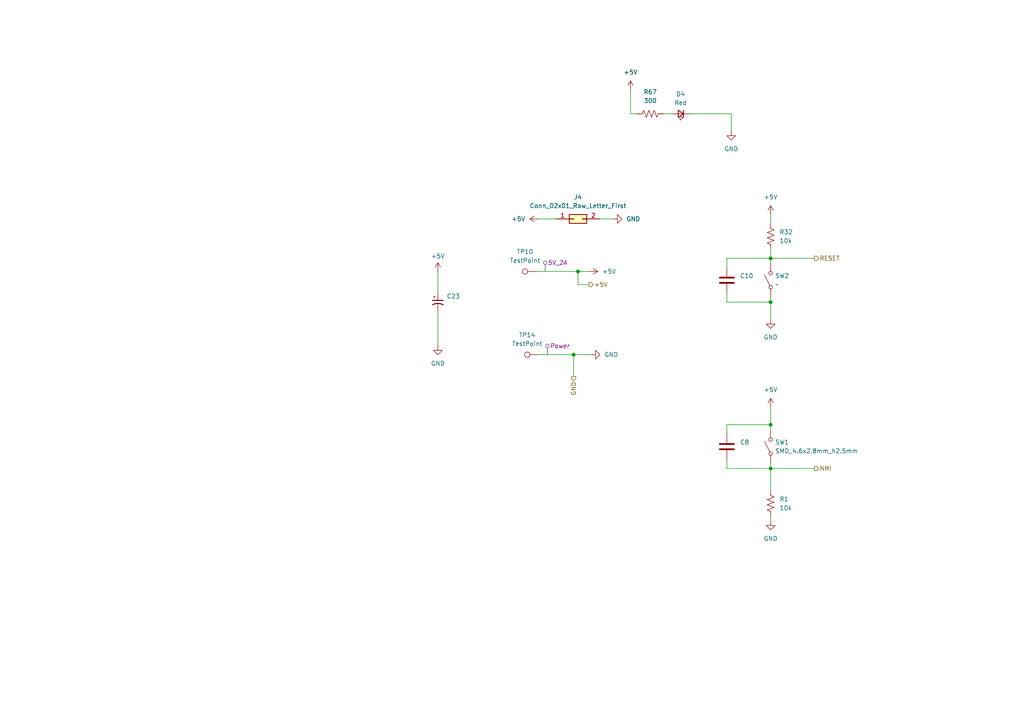
<source format=kicad_sch>
(kicad_sch
	(version 20231120)
	(generator "eeschema")
	(generator_version "8.0")
	(uuid "f744eb48-d8c9-4889-82ea-b0298f018b29")
	(paper "A4")
	(lib_symbols
		(symbol "Connector:TestPoint"
			(pin_numbers hide)
			(pin_names
				(offset 0.762) hide)
			(exclude_from_sim no)
			(in_bom yes)
			(on_board yes)
			(property "Reference" "TP"
				(at 0 6.858 0)
				(effects
					(font
						(size 1.27 1.27)
					)
				)
			)
			(property "Value" "TestPoint"
				(at 0 5.08 0)
				(effects
					(font
						(size 1.27 1.27)
					)
				)
			)
			(property "Footprint" ""
				(at 5.08 0 0)
				(effects
					(font
						(size 1.27 1.27)
					)
					(hide yes)
				)
			)
			(property "Datasheet" "~"
				(at 5.08 0 0)
				(effects
					(font
						(size 1.27 1.27)
					)
					(hide yes)
				)
			)
			(property "Description" "test point"
				(at 0 0 0)
				(effects
					(font
						(size 1.27 1.27)
					)
					(hide yes)
				)
			)
			(property "ki_keywords" "test point tp"
				(at 0 0 0)
				(effects
					(font
						(size 1.27 1.27)
					)
					(hide yes)
				)
			)
			(property "ki_fp_filters" "Pin* Test*"
				(at 0 0 0)
				(effects
					(font
						(size 1.27 1.27)
					)
					(hide yes)
				)
			)
			(symbol "TestPoint_0_1"
				(circle
					(center 0 3.302)
					(radius 0.762)
					(stroke
						(width 0)
						(type default)
					)
					(fill
						(type none)
					)
				)
			)
			(symbol "TestPoint_1_1"
				(pin passive line
					(at 0 0 90)
					(length 2.54)
					(name "1"
						(effects
							(font
								(size 1.27 1.27)
							)
						)
					)
					(number "1"
						(effects
							(font
								(size 1.27 1.27)
							)
						)
					)
				)
			)
		)
		(symbol "Connector_Generic:Conn_02x01_Row_Letter_First"
			(pin_names
				(offset 1.016) hide)
			(exclude_from_sim no)
			(in_bom yes)
			(on_board yes)
			(property "Reference" "J4"
				(at 1.27 6.35 0)
				(effects
					(font
						(size 1.27 1.27)
					)
				)
			)
			(property "Value" "Conn_02x01_Row_Letter_First"
				(at 1.27 3.81 0)
				(effects
					(font
						(size 1.27 1.27)
					)
				)
			)
			(property "Footprint" "Connector_PinHeader_2.54mm:PinHeader_2x01_P2.54mm_Vertical"
				(at 0 0 0)
				(effects
					(font
						(size 1.27 1.27)
					)
					(hide yes)
				)
			)
			(property "Datasheet" "~"
				(at 0 0 0)
				(effects
					(font
						(size 1.27 1.27)
					)
					(hide yes)
				)
			)
			(property "Description" "Generic connector, double row, 02x01, row letter first pin numbering scheme (pin number consists of a letter for the row and a number for the pin index in this row. a1, ..., aN; b1, ..., bN), script generated (kicad-library-utils/schlib/autogen/connector/)"
				(at 0 0 0)
				(effects
					(font
						(size 1.27 1.27)
					)
					(hide yes)
				)
			)
			(property "ki_keywords" "connector"
				(at 0 0 0)
				(effects
					(font
						(size 1.27 1.27)
					)
					(hide yes)
				)
			)
			(property "ki_fp_filters" "Connector*:*_2x??_*"
				(at 0 0 0)
				(effects
					(font
						(size 1.27 1.27)
					)
					(hide yes)
				)
			)
			(symbol "Conn_02x01_Row_Letter_First_1_1"
				(rectangle
					(start -1.27 0.127)
					(end 0 -0.127)
					(stroke
						(width 0.1524)
						(type default)
					)
					(fill
						(type none)
					)
				)
				(rectangle
					(start -1.27 1.27)
					(end 3.81 -1.27)
					(stroke
						(width 0.254)
						(type default)
					)
					(fill
						(type background)
					)
				)
				(rectangle
					(start 3.81 0.127)
					(end 2.54 -0.127)
					(stroke
						(width 0.1524)
						(type default)
					)
					(fill
						(type none)
					)
				)
				(pin power_out line
					(at -5.08 0 0)
					(length 3.81)
					(name "Pin_a1"
						(effects
							(font
								(size 1.27 1.27)
							)
						)
					)
					(number "1"
						(effects
							(font
								(size 1.27 1.27)
							)
						)
					)
				)
				(pin power_out line
					(at 7.62 0 180)
					(length 3.81)
					(name "Pin_b1"
						(effects
							(font
								(size 1.27 1.27)
							)
						)
					)
					(number "2"
						(effects
							(font
								(size 1.27 1.27)
							)
						)
					)
				)
			)
		)
		(symbol "Device:C"
			(pin_numbers hide)
			(pin_names
				(offset 0.254)
			)
			(exclude_from_sim no)
			(in_bom yes)
			(on_board yes)
			(property "Reference" "C"
				(at 0.635 2.54 0)
				(effects
					(font
						(size 1.27 1.27)
					)
					(justify left)
				)
			)
			(property "Value" "C"
				(at 0.635 -2.54 0)
				(effects
					(font
						(size 1.27 1.27)
					)
					(justify left)
				)
			)
			(property "Footprint" ""
				(at 0.9652 -3.81 0)
				(effects
					(font
						(size 1.27 1.27)
					)
					(hide yes)
				)
			)
			(property "Datasheet" "~"
				(at 0 0 0)
				(effects
					(font
						(size 1.27 1.27)
					)
					(hide yes)
				)
			)
			(property "Description" "Unpolarized capacitor"
				(at 0 0 0)
				(effects
					(font
						(size 1.27 1.27)
					)
					(hide yes)
				)
			)
			(property "ki_keywords" "cap capacitor"
				(at 0 0 0)
				(effects
					(font
						(size 1.27 1.27)
					)
					(hide yes)
				)
			)
			(property "ki_fp_filters" "C_*"
				(at 0 0 0)
				(effects
					(font
						(size 1.27 1.27)
					)
					(hide yes)
				)
			)
			(symbol "C_0_1"
				(polyline
					(pts
						(xy -2.032 -0.762) (xy 2.032 -0.762)
					)
					(stroke
						(width 0.508)
						(type default)
					)
					(fill
						(type none)
					)
				)
				(polyline
					(pts
						(xy -2.032 0.762) (xy 2.032 0.762)
					)
					(stroke
						(width 0.508)
						(type default)
					)
					(fill
						(type none)
					)
				)
			)
			(symbol "C_1_1"
				(pin passive line
					(at 0 3.81 270)
					(length 2.794)
					(name "~"
						(effects
							(font
								(size 1.27 1.27)
							)
						)
					)
					(number "1"
						(effects
							(font
								(size 1.27 1.27)
							)
						)
					)
				)
				(pin passive line
					(at 0 -3.81 90)
					(length 2.794)
					(name "~"
						(effects
							(font
								(size 1.27 1.27)
							)
						)
					)
					(number "2"
						(effects
							(font
								(size 1.27 1.27)
							)
						)
					)
				)
			)
		)
		(symbol "Device:C_Polarized_Small_US"
			(pin_numbers hide)
			(pin_names
				(offset 0.254) hide)
			(exclude_from_sim no)
			(in_bom yes)
			(on_board yes)
			(property "Reference" "C"
				(at 0.254 1.778 0)
				(effects
					(font
						(size 1.27 1.27)
					)
					(justify left)
				)
			)
			(property "Value" "C_Polarized_Small_US"
				(at 0.254 -2.032 0)
				(effects
					(font
						(size 1.27 1.27)
					)
					(justify left)
				)
			)
			(property "Footprint" ""
				(at 0 0 0)
				(effects
					(font
						(size 1.27 1.27)
					)
					(hide yes)
				)
			)
			(property "Datasheet" "~"
				(at 0 0 0)
				(effects
					(font
						(size 1.27 1.27)
					)
					(hide yes)
				)
			)
			(property "Description" "Polarized capacitor, small US symbol"
				(at 0 0 0)
				(effects
					(font
						(size 1.27 1.27)
					)
					(hide yes)
				)
			)
			(property "ki_keywords" "cap capacitor"
				(at 0 0 0)
				(effects
					(font
						(size 1.27 1.27)
					)
					(hide yes)
				)
			)
			(property "ki_fp_filters" "CP_*"
				(at 0 0 0)
				(effects
					(font
						(size 1.27 1.27)
					)
					(hide yes)
				)
			)
			(symbol "C_Polarized_Small_US_0_1"
				(polyline
					(pts
						(xy -1.524 0.508) (xy 1.524 0.508)
					)
					(stroke
						(width 0.3048)
						(type default)
					)
					(fill
						(type none)
					)
				)
				(polyline
					(pts
						(xy -1.27 1.524) (xy -0.762 1.524)
					)
					(stroke
						(width 0)
						(type default)
					)
					(fill
						(type none)
					)
				)
				(polyline
					(pts
						(xy -1.016 1.27) (xy -1.016 1.778)
					)
					(stroke
						(width 0)
						(type default)
					)
					(fill
						(type none)
					)
				)
				(arc
					(start 1.524 -0.762)
					(mid 0 -0.3734)
					(end -1.524 -0.762)
					(stroke
						(width 0.3048)
						(type default)
					)
					(fill
						(type none)
					)
				)
			)
			(symbol "C_Polarized_Small_US_1_1"
				(pin passive line
					(at 0 2.54 270)
					(length 2.032)
					(name "~"
						(effects
							(font
								(size 1.27 1.27)
							)
						)
					)
					(number "1"
						(effects
							(font
								(size 1.27 1.27)
							)
						)
					)
				)
				(pin passive line
					(at 0 -2.54 90)
					(length 2.032)
					(name "~"
						(effects
							(font
								(size 1.27 1.27)
							)
						)
					)
					(number "2"
						(effects
							(font
								(size 1.27 1.27)
							)
						)
					)
				)
			)
		)
		(symbol "Device:LED_Small"
			(pin_numbers hide)
			(pin_names
				(offset 0.254) hide)
			(exclude_from_sim no)
			(in_bom yes)
			(on_board yes)
			(property "Reference" "D"
				(at -1.27 3.175 0)
				(effects
					(font
						(size 1.27 1.27)
					)
					(justify left)
				)
			)
			(property "Value" "LED_Small"
				(at -4.445 -2.54 0)
				(effects
					(font
						(size 1.27 1.27)
					)
					(justify left)
				)
			)
			(property "Footprint" ""
				(at 0 0 90)
				(effects
					(font
						(size 1.27 1.27)
					)
					(hide yes)
				)
			)
			(property "Datasheet" "~"
				(at 0 0 90)
				(effects
					(font
						(size 1.27 1.27)
					)
					(hide yes)
				)
			)
			(property "Description" "Light emitting diode, small symbol"
				(at 0 0 0)
				(effects
					(font
						(size 1.27 1.27)
					)
					(hide yes)
				)
			)
			(property "ki_keywords" "LED diode light-emitting-diode"
				(at 0 0 0)
				(effects
					(font
						(size 1.27 1.27)
					)
					(hide yes)
				)
			)
			(property "ki_fp_filters" "LED* LED_SMD:* LED_THT:*"
				(at 0 0 0)
				(effects
					(font
						(size 1.27 1.27)
					)
					(hide yes)
				)
			)
			(symbol "LED_Small_0_1"
				(polyline
					(pts
						(xy -0.762 -1.016) (xy -0.762 1.016)
					)
					(stroke
						(width 0.254)
						(type default)
					)
					(fill
						(type none)
					)
				)
				(polyline
					(pts
						(xy 1.016 0) (xy -0.762 0)
					)
					(stroke
						(width 0)
						(type default)
					)
					(fill
						(type none)
					)
				)
				(polyline
					(pts
						(xy 0.762 -1.016) (xy -0.762 0) (xy 0.762 1.016) (xy 0.762 -1.016)
					)
					(stroke
						(width 0.254)
						(type default)
					)
					(fill
						(type none)
					)
				)
				(polyline
					(pts
						(xy 0 0.762) (xy -0.508 1.27) (xy -0.254 1.27) (xy -0.508 1.27) (xy -0.508 1.016)
					)
					(stroke
						(width 0)
						(type default)
					)
					(fill
						(type none)
					)
				)
				(polyline
					(pts
						(xy 0.508 1.27) (xy 0 1.778) (xy 0.254 1.778) (xy 0 1.778) (xy 0 1.524)
					)
					(stroke
						(width 0)
						(type default)
					)
					(fill
						(type none)
					)
				)
			)
			(symbol "LED_Small_1_1"
				(pin passive line
					(at -2.54 0 0)
					(length 1.778)
					(name "K"
						(effects
							(font
								(size 1.27 1.27)
							)
						)
					)
					(number "1"
						(effects
							(font
								(size 1.27 1.27)
							)
						)
					)
				)
				(pin passive line
					(at 2.54 0 180)
					(length 1.778)
					(name "A"
						(effects
							(font
								(size 1.27 1.27)
							)
						)
					)
					(number "2"
						(effects
							(font
								(size 1.27 1.27)
							)
						)
					)
				)
			)
		)
		(symbol "Device:R_US"
			(pin_numbers hide)
			(pin_names
				(offset 0)
			)
			(exclude_from_sim no)
			(in_bom yes)
			(on_board yes)
			(property "Reference" "R"
				(at 2.54 0 90)
				(effects
					(font
						(size 1.27 1.27)
					)
				)
			)
			(property "Value" "R_US"
				(at -2.54 0 90)
				(effects
					(font
						(size 1.27 1.27)
					)
				)
			)
			(property "Footprint" ""
				(at 1.016 -0.254 90)
				(effects
					(font
						(size 1.27 1.27)
					)
					(hide yes)
				)
			)
			(property "Datasheet" "~"
				(at 0 0 0)
				(effects
					(font
						(size 1.27 1.27)
					)
					(hide yes)
				)
			)
			(property "Description" "Resistor, US symbol"
				(at 0 0 0)
				(effects
					(font
						(size 1.27 1.27)
					)
					(hide yes)
				)
			)
			(property "ki_keywords" "R res resistor"
				(at 0 0 0)
				(effects
					(font
						(size 1.27 1.27)
					)
					(hide yes)
				)
			)
			(property "ki_fp_filters" "R_*"
				(at 0 0 0)
				(effects
					(font
						(size 1.27 1.27)
					)
					(hide yes)
				)
			)
			(symbol "R_US_0_1"
				(polyline
					(pts
						(xy 0 -2.286) (xy 0 -2.54)
					)
					(stroke
						(width 0)
						(type default)
					)
					(fill
						(type none)
					)
				)
				(polyline
					(pts
						(xy 0 2.286) (xy 0 2.54)
					)
					(stroke
						(width 0)
						(type default)
					)
					(fill
						(type none)
					)
				)
				(polyline
					(pts
						(xy 0 -0.762) (xy 1.016 -1.143) (xy 0 -1.524) (xy -1.016 -1.905) (xy 0 -2.286)
					)
					(stroke
						(width 0)
						(type default)
					)
					(fill
						(type none)
					)
				)
				(polyline
					(pts
						(xy 0 0.762) (xy 1.016 0.381) (xy 0 0) (xy -1.016 -0.381) (xy 0 -0.762)
					)
					(stroke
						(width 0)
						(type default)
					)
					(fill
						(type none)
					)
				)
				(polyline
					(pts
						(xy 0 2.286) (xy 1.016 1.905) (xy 0 1.524) (xy -1.016 1.143) (xy 0 0.762)
					)
					(stroke
						(width 0)
						(type default)
					)
					(fill
						(type none)
					)
				)
			)
			(symbol "R_US_1_1"
				(pin passive line
					(at 0 3.81 270)
					(length 1.27)
					(name "~"
						(effects
							(font
								(size 1.27 1.27)
							)
						)
					)
					(number "1"
						(effects
							(font
								(size 1.27 1.27)
							)
						)
					)
				)
				(pin passive line
					(at 0 -3.81 90)
					(length 1.27)
					(name "~"
						(effects
							(font
								(size 1.27 1.27)
							)
						)
					)
					(number "2"
						(effects
							(font
								(size 1.27 1.27)
							)
						)
					)
				)
			)
		)
		(symbol "SparkFun-Switch:SPST_Momentary_SMD_4.6x2.8mm_h2.5mm"
			(pin_numbers hide)
			(pin_names
				(offset 0) hide)
			(exclude_from_sim no)
			(in_bom yes)
			(on_board yes)
			(property "Reference" "SW"
				(at 0 3.175 0)
				(effects
					(font
						(size 1.27 1.27)
					)
				)
			)
			(property "Value" "SMD_4.6x2.8mm_h2.5mm"
				(at 0 -2.54 0)
				(effects
					(font
						(size 1.27 1.27)
					)
				)
			)
			(property "Footprint" "SparkFun-Switch:Momentary_SMD_4.6x2.8mm_h2.5mm"
				(at 0 -5.08 0)
				(effects
					(font
						(size 1.27 1.27)
					)
					(hide yes)
				)
			)
			(property "Datasheet" "~"
				(at 0 -10.16 0)
				(effects
					(font
						(size 1.27 1.27)
					)
					(hide yes)
				)
			)
			(property "Description" "Single Pole Single Throw (SPST) switch"
				(at 0 0 0)
				(effects
					(font
						(size 1.27 1.27)
					)
					(hide yes)
				)
			)
			(property "PROD_ID" "SWCH-15606"
				(at 0 -7.62 0)
				(effects
					(font
						(size 1.27 1.27)
					)
					(hide yes)
				)
			)
			(property "ki_keywords" "switch lever"
				(at 0 0 0)
				(effects
					(font
						(size 1.27 1.27)
					)
					(hide yes)
				)
			)
			(symbol "SPST_Momentary_SMD_4.6x2.8mm_h2.5mm_0_0"
				(circle
					(center -2.032 0)
					(radius 0.508)
					(stroke
						(width 0)
						(type default)
					)
					(fill
						(type none)
					)
				)
				(polyline
					(pts
						(xy -1.524 0.254) (xy 1.524 1.778)
					)
					(stroke
						(width 0)
						(type default)
					)
					(fill
						(type none)
					)
				)
				(circle
					(center 2.032 0)
					(radius 0.508)
					(stroke
						(width 0)
						(type default)
					)
					(fill
						(type none)
					)
				)
			)
			(symbol "SPST_Momentary_SMD_4.6x2.8mm_h2.5mm_1_1"
				(pin passive line
					(at -5.08 0 0)
					(length 2.54)
					(name "A"
						(effects
							(font
								(size 1.27 1.27)
							)
						)
					)
					(number "1"
						(effects
							(font
								(size 1.27 1.27)
							)
						)
					)
				)
				(pin passive line
					(at 5.08 0 180)
					(length 2.54)
					(name "B"
						(effects
							(font
								(size 1.27 1.27)
							)
						)
					)
					(number "2"
						(effects
							(font
								(size 1.27 1.27)
							)
						)
					)
				)
			)
		)
		(symbol "power:+5V"
			(power)
			(pin_names
				(offset 0)
			)
			(exclude_from_sim no)
			(in_bom yes)
			(on_board yes)
			(property "Reference" "#PWR"
				(at 0 -3.81 0)
				(effects
					(font
						(size 1.27 1.27)
					)
					(hide yes)
				)
			)
			(property "Value" "+5V"
				(at 0 3.556 0)
				(effects
					(font
						(size 1.27 1.27)
					)
				)
			)
			(property "Footprint" ""
				(at 0 0 0)
				(effects
					(font
						(size 1.27 1.27)
					)
					(hide yes)
				)
			)
			(property "Datasheet" ""
				(at 0 0 0)
				(effects
					(font
						(size 1.27 1.27)
					)
					(hide yes)
				)
			)
			(property "Description" "Power symbol creates a global label with name \"+5V\""
				(at 0 0 0)
				(effects
					(font
						(size 1.27 1.27)
					)
					(hide yes)
				)
			)
			(property "ki_keywords" "global power"
				(at 0 0 0)
				(effects
					(font
						(size 1.27 1.27)
					)
					(hide yes)
				)
			)
			(symbol "+5V_0_1"
				(polyline
					(pts
						(xy -0.762 1.27) (xy 0 2.54)
					)
					(stroke
						(width 0)
						(type default)
					)
					(fill
						(type none)
					)
				)
				(polyline
					(pts
						(xy 0 0) (xy 0 2.54)
					)
					(stroke
						(width 0)
						(type default)
					)
					(fill
						(type none)
					)
				)
				(polyline
					(pts
						(xy 0 2.54) (xy 0.762 1.27)
					)
					(stroke
						(width 0)
						(type default)
					)
					(fill
						(type none)
					)
				)
			)
			(symbol "+5V_1_1"
				(pin power_in line
					(at 0 0 90)
					(length 0) hide
					(name "+5V"
						(effects
							(font
								(size 1.27 1.27)
							)
						)
					)
					(number "1"
						(effects
							(font
								(size 1.27 1.27)
							)
						)
					)
				)
			)
		)
		(symbol "power:GND"
			(power)
			(pin_names
				(offset 0)
			)
			(exclude_from_sim no)
			(in_bom yes)
			(on_board yes)
			(property "Reference" "#PWR"
				(at 0 -6.35 0)
				(effects
					(font
						(size 1.27 1.27)
					)
					(hide yes)
				)
			)
			(property "Value" "GND"
				(at 0 -3.81 0)
				(effects
					(font
						(size 1.27 1.27)
					)
				)
			)
			(property "Footprint" ""
				(at 0 0 0)
				(effects
					(font
						(size 1.27 1.27)
					)
					(hide yes)
				)
			)
			(property "Datasheet" ""
				(at 0 0 0)
				(effects
					(font
						(size 1.27 1.27)
					)
					(hide yes)
				)
			)
			(property "Description" "Power symbol creates a global label with name \"GND\" , ground"
				(at 0 0 0)
				(effects
					(font
						(size 1.27 1.27)
					)
					(hide yes)
				)
			)
			(property "ki_keywords" "global power"
				(at 0 0 0)
				(effects
					(font
						(size 1.27 1.27)
					)
					(hide yes)
				)
			)
			(symbol "GND_0_1"
				(polyline
					(pts
						(xy 0 0) (xy 0 -1.27) (xy 1.27 -1.27) (xy 0 -2.54) (xy -1.27 -1.27) (xy 0 -1.27)
					)
					(stroke
						(width 0)
						(type default)
					)
					(fill
						(type none)
					)
				)
			)
			(symbol "GND_1_1"
				(pin power_in line
					(at 0 0 270)
					(length 0) hide
					(name "GND"
						(effects
							(font
								(size 1.27 1.27)
							)
						)
					)
					(number "1"
						(effects
							(font
								(size 1.27 1.27)
							)
						)
					)
				)
			)
		)
	)
	(junction
		(at 166.37 102.87)
		(diameter 0)
		(color 0 0 0 0)
		(uuid "3b966a74-1e4d-46fa-a13d-e00885fa8ce0")
	)
	(junction
		(at 223.52 87.63)
		(diameter 0)
		(color 0 0 0 0)
		(uuid "67ba480a-56cd-41a8-b962-3cb2c0c1ee57")
	)
	(junction
		(at 223.52 74.93)
		(diameter 0)
		(color 0 0 0 0)
		(uuid "6d24305f-b936-4e8f-9159-ba76dcf2bc5f")
	)
	(junction
		(at 167.64 78.74)
		(diameter 0)
		(color 0 0 0 0)
		(uuid "af8ce83a-7c1c-4feb-9ec1-131994dd7527")
	)
	(junction
		(at 223.52 123.19)
		(diameter 0)
		(color 0 0 0 0)
		(uuid "d93dd015-d689-4e10-9397-fa169d3e433d")
	)
	(junction
		(at 223.52 135.89)
		(diameter 0)
		(color 0 0 0 0)
		(uuid "e76c912f-cde8-421e-927a-415a5f0e021e")
	)
	(wire
		(pts
			(xy 127 90.17) (xy 127 100.33)
		)
		(stroke
			(width 0)
			(type default)
		)
		(uuid "0423d182-e1c8-4670-998a-16acbe65b12b")
	)
	(wire
		(pts
			(xy 200.025 33.02) (xy 212.09 33.02)
		)
		(stroke
			(width 0)
			(type default)
		)
		(uuid "05e95a91-b540-4ea2-be14-d54b299bda0a")
	)
	(wire
		(pts
			(xy 223.52 123.19) (xy 223.52 124.46)
		)
		(stroke
			(width 0)
			(type default)
		)
		(uuid "0ad47e26-d5f1-4503-befa-2aea8bbc4441")
	)
	(wire
		(pts
			(xy 223.52 62.23) (xy 223.52 64.77)
		)
		(stroke
			(width 0)
			(type default)
		)
		(uuid "0c751cd9-3ea1-4ccc-9e69-c2851c8ff514")
	)
	(wire
		(pts
			(xy 182.88 26.035) (xy 182.88 33.02)
		)
		(stroke
			(width 0)
			(type default)
		)
		(uuid "101457b9-b34b-403b-8a04-1dffcef98caf")
	)
	(wire
		(pts
			(xy 223.52 149.86) (xy 223.52 151.13)
		)
		(stroke
			(width 0)
			(type default)
		)
		(uuid "1377e7db-74d7-42d2-8981-7b4f634006c5")
	)
	(wire
		(pts
			(xy 166.37 102.87) (xy 171.45 102.87)
		)
		(stroke
			(width 0)
			(type default)
		)
		(uuid "16f00cd1-9972-4b8e-b9a7-c813a6124bee")
	)
	(wire
		(pts
			(xy 192.405 33.02) (xy 194.945 33.02)
		)
		(stroke
			(width 0)
			(type default)
		)
		(uuid "26998cdf-b6be-40da-a1e8-03448b267934")
	)
	(wire
		(pts
			(xy 210.82 77.47) (xy 210.82 74.93)
		)
		(stroke
			(width 0)
			(type default)
		)
		(uuid "26f337eb-a3aa-4716-aba0-e539fc6ba007")
	)
	(wire
		(pts
			(xy 155.575 78.74) (xy 167.64 78.74)
		)
		(stroke
			(width 0)
			(type default)
		)
		(uuid "2ee9567a-503b-437e-8154-2f86faeef12b")
	)
	(wire
		(pts
			(xy 167.64 82.55) (xy 167.64 78.74)
		)
		(stroke
			(width 0)
			(type default)
		)
		(uuid "3980e931-b1f7-4f1f-8e72-88d4ca8a39eb")
	)
	(wire
		(pts
			(xy 210.82 87.63) (xy 223.52 87.63)
		)
		(stroke
			(width 0)
			(type default)
		)
		(uuid "436002c8-6207-4a6d-8475-171943f8da52")
	)
	(wire
		(pts
			(xy 173.99 63.5) (xy 177.8 63.5)
		)
		(stroke
			(width 0)
			(type default)
		)
		(uuid "5bdac4b3-1084-4a10-90b3-4d02927ca622")
	)
	(wire
		(pts
			(xy 223.52 72.39) (xy 223.52 74.93)
		)
		(stroke
			(width 0)
			(type default)
		)
		(uuid "65e1ad54-eb24-428c-80ec-30ba250d7cbf")
	)
	(wire
		(pts
			(xy 182.88 33.02) (xy 184.785 33.02)
		)
		(stroke
			(width 0)
			(type default)
		)
		(uuid "661b7a51-61b3-4bbb-8bea-43395dbbe64c")
	)
	(wire
		(pts
			(xy 223.52 134.62) (xy 223.52 135.89)
		)
		(stroke
			(width 0)
			(type default)
		)
		(uuid "6c5d99be-2245-40b9-8aa9-8f44b7ab39c8")
	)
	(wire
		(pts
			(xy 167.64 78.74) (xy 170.815 78.74)
		)
		(stroke
			(width 0)
			(type default)
		)
		(uuid "71b0cf0c-5329-472d-a0bf-a594ca0cd1c4")
	)
	(wire
		(pts
			(xy 127 78.74) (xy 127 85.09)
		)
		(stroke
			(width 0)
			(type default)
		)
		(uuid "7b8d9f73-ee18-4abd-91e6-17d0a279aa15")
	)
	(wire
		(pts
			(xy 212.09 33.02) (xy 212.09 38.1)
		)
		(stroke
			(width 0)
			(type default)
		)
		(uuid "8251fff1-30b9-4a29-aec6-fa60fafa1672")
	)
	(wire
		(pts
			(xy 210.82 123.19) (xy 223.52 123.19)
		)
		(stroke
			(width 0)
			(type default)
		)
		(uuid "8f35a449-9c5d-4d20-8fef-982abb29027f")
	)
	(wire
		(pts
			(xy 210.82 125.73) (xy 210.82 123.19)
		)
		(stroke
			(width 0)
			(type default)
		)
		(uuid "908c02cb-f3e6-487e-90c5-9c6ca09894fa")
	)
	(wire
		(pts
			(xy 223.52 87.63) (xy 223.52 92.71)
		)
		(stroke
			(width 0)
			(type default)
		)
		(uuid "97001357-34bb-4ed2-bee2-a90f7a2f09ea")
	)
	(wire
		(pts
			(xy 223.52 74.93) (xy 236.22 74.93)
		)
		(stroke
			(width 0)
			(type default)
		)
		(uuid "97a2b26a-ecf7-49de-950d-cea37061d840")
	)
	(wire
		(pts
			(xy 223.52 86.36) (xy 223.52 87.63)
		)
		(stroke
			(width 0)
			(type default)
		)
		(uuid "9e43ede9-ba87-463f-9311-652493590237")
	)
	(wire
		(pts
			(xy 223.52 118.11) (xy 223.52 123.19)
		)
		(stroke
			(width 0)
			(type default)
		)
		(uuid "a63daa1f-bbb1-4caa-8376-1f1c69e54c27")
	)
	(wire
		(pts
			(xy 156.21 63.5) (xy 161.29 63.5)
		)
		(stroke
			(width 0)
			(type default)
		)
		(uuid "ba2819e6-5813-4997-adfa-656da7178447")
	)
	(wire
		(pts
			(xy 210.82 135.89) (xy 223.52 135.89)
		)
		(stroke
			(width 0)
			(type default)
		)
		(uuid "c8708ad5-e1ae-41d4-9e75-11dbdb18bdf4")
	)
	(wire
		(pts
			(xy 223.52 135.89) (xy 236.22 135.89)
		)
		(stroke
			(width 0)
			(type default)
		)
		(uuid "ce40ce52-2086-4d91-878f-5d3fa4ffc0fa")
	)
	(wire
		(pts
			(xy 223.52 135.89) (xy 223.52 142.24)
		)
		(stroke
			(width 0)
			(type default)
		)
		(uuid "d1a38e25-ad72-433b-81ac-cf3ac6de390f")
	)
	(wire
		(pts
			(xy 166.37 102.87) (xy 166.37 109.22)
		)
		(stroke
			(width 0)
			(type default)
		)
		(uuid "d6502130-665b-4c26-be38-7e45007b9613")
	)
	(wire
		(pts
			(xy 210.82 133.35) (xy 210.82 135.89)
		)
		(stroke
			(width 0)
			(type default)
		)
		(uuid "da4e0d76-31aa-4cdf-a347-7007b685b53c")
	)
	(wire
		(pts
			(xy 156.21 102.87) (xy 166.37 102.87)
		)
		(stroke
			(width 0)
			(type default)
		)
		(uuid "dda08cab-1e95-41f3-9569-6bdb9312527e")
	)
	(wire
		(pts
			(xy 170.815 82.55) (xy 167.64 82.55)
		)
		(stroke
			(width 0)
			(type default)
		)
		(uuid "e73ec0cb-e005-4c46-91d5-3044c90c2c47")
	)
	(wire
		(pts
			(xy 210.82 85.09) (xy 210.82 87.63)
		)
		(stroke
			(width 0)
			(type default)
		)
		(uuid "eb1ef895-7537-479c-94d8-7eaa2d5ccfed")
	)
	(wire
		(pts
			(xy 223.52 74.93) (xy 223.52 76.2)
		)
		(stroke
			(width 0)
			(type default)
		)
		(uuid "f660950e-6707-419d-99dc-8cbde797569b")
	)
	(wire
		(pts
			(xy 210.82 74.93) (xy 223.52 74.93)
		)
		(stroke
			(width 0)
			(type default)
		)
		(uuid "f9bcf091-d27e-4a38-96db-8335f3602331")
	)
	(hierarchical_label "RESET"
		(shape output)
		(at 236.22 74.93 0)
		(fields_autoplaced yes)
		(effects
			(font
				(size 1.27 1.27)
			)
			(justify left)
		)
		(uuid "02ffd65b-d982-461b-874e-48a4022a4beb")
	)
	(hierarchical_label "GND"
		(shape output)
		(at 166.37 109.22 270)
		(fields_autoplaced yes)
		(effects
			(font
				(size 1.27 1.27)
			)
			(justify right)
		)
		(uuid "3392123f-3828-4f34-8fd9-2fa2055347fd")
	)
	(hierarchical_label "+5V"
		(shape output)
		(at 170.815 82.55 0)
		(fields_autoplaced yes)
		(effects
			(font
				(size 1.27 1.27)
			)
			(justify left)
		)
		(uuid "8d12c4d6-b4ff-481f-a779-9eeb328ad157")
	)
	(hierarchical_label "NMI"
		(shape output)
		(at 236.22 135.89 0)
		(fields_autoplaced yes)
		(effects
			(font
				(size 1.27 1.27)
			)
			(justify left)
		)
		(uuid "93e78228-ad73-4f67-b21b-b63f38781d16")
	)
	(netclass_flag ""
		(length 2.54)
		(shape round)
		(at 158.115 78.74 0)
		(fields_autoplaced yes)
		(effects
			(font
				(size 1.27 1.27)
			)
			(justify left bottom)
		)
		(uuid "1a9d8e30-c265-4916-9fae-0b4423948f12")
		(property "Netclass" "5V_2A"
			(at 158.8135 76.2 0)
			(effects
				(font
					(size 1.27 1.27)
					(italic yes)
				)
				(justify left)
			)
		)
	)
	(netclass_flag ""
		(length 2.54)
		(shape round)
		(at 158.75 102.87 0)
		(fields_autoplaced yes)
		(effects
			(font
				(size 1.27 1.27)
			)
			(justify left bottom)
		)
		(uuid "cf015a62-45eb-4277-8d2d-c5a59b2d5a40")
		(property "Netclass" "Power"
			(at 159.4485 100.33 0)
			(effects
				(font
					(size 1.27 1.27)
					(italic yes)
				)
				(justify left)
			)
		)
	)
	(symbol
		(lib_id "power:GND")
		(at 223.52 151.13 0)
		(unit 1)
		(exclude_from_sim no)
		(in_bom yes)
		(on_board yes)
		(dnp no)
		(fields_autoplaced yes)
		(uuid "32b0d1bf-96ff-4006-bb17-e5ee72dbfa96")
		(property "Reference" "#PWR042"
			(at 223.52 157.48 0)
			(effects
				(font
					(size 1.27 1.27)
				)
				(hide yes)
			)
		)
		(property "Value" "GND"
			(at 223.52 156.21 0)
			(effects
				(font
					(size 1.27 1.27)
				)
			)
		)
		(property "Footprint" ""
			(at 223.52 151.13 0)
			(effects
				(font
					(size 1.27 1.27)
				)
				(hide yes)
			)
		)
		(property "Datasheet" ""
			(at 223.52 151.13 0)
			(effects
				(font
					(size 1.27 1.27)
				)
				(hide yes)
			)
		)
		(property "Description" ""
			(at 223.52 151.13 0)
			(effects
				(font
					(size 1.27 1.27)
				)
				(hide yes)
			)
		)
		(pin "1"
			(uuid "25742b83-db1a-4c1a-ab52-15839fcf7037")
		)
		(instances
			(project "prototype_8088"
				(path "/5e468d94-0319-44d1-a77f-2adc451eed13/30fed734-7b3a-4ba2-a2dd-1970061fbdd1"
					(reference "#PWR042")
					(unit 1)
				)
			)
		)
	)
	(symbol
		(lib_id "Device:LED_Small")
		(at 197.485 33.02 180)
		(unit 1)
		(exclude_from_sim no)
		(in_bom yes)
		(on_board yes)
		(dnp no)
		(fields_autoplaced yes)
		(uuid "46d7cd70-a488-4258-b75c-27c8a5f20d3b")
		(property "Reference" "D4"
			(at 197.4215 27.305 0)
			(effects
				(font
					(size 1.27 1.27)
				)
			)
		)
		(property "Value" "Red"
			(at 197.4215 29.845 0)
			(effects
				(font
					(size 1.27 1.27)
				)
			)
		)
		(property "Footprint" "LED_THT:LED_D3.0mm"
			(at 197.485 33.02 90)
			(effects
				(font
					(size 1.27 1.27)
				)
				(hide yes)
			)
		)
		(property "Datasheet" "~"
			(at 197.485 33.02 90)
			(effects
				(font
					(size 1.27 1.27)
				)
				(hide yes)
			)
		)
		(property "Description" ""
			(at 197.485 33.02 0)
			(effects
				(font
					(size 1.27 1.27)
				)
				(hide yes)
			)
		)
		(pin "1"
			(uuid "c9e2118b-343f-47fb-99e7-1a8defbc7dd6")
		)
		(pin "2"
			(uuid "40464d60-0a90-4b0e-831d-3bc86223d469")
		)
		(instances
			(project "prototype_8088"
				(path "/5e468d94-0319-44d1-a77f-2adc451eed13/30fed734-7b3a-4ba2-a2dd-1970061fbdd1"
					(reference "D4")
					(unit 1)
				)
			)
		)
	)
	(symbol
		(lib_id "Device:R_US")
		(at 223.52 68.58 0)
		(unit 1)
		(exclude_from_sim no)
		(in_bom yes)
		(on_board yes)
		(dnp no)
		(fields_autoplaced yes)
		(uuid "49b9f692-3edf-46f9-845c-ca738521e4b6")
		(property "Reference" "R32"
			(at 226.06 67.31 0)
			(effects
				(font
					(size 1.27 1.27)
				)
				(justify left)
			)
		)
		(property "Value" "10k"
			(at 226.06 69.85 0)
			(effects
				(font
					(size 1.27 1.27)
				)
				(justify left)
			)
		)
		(property "Footprint" "Resistor_THT:R_Axial_DIN0204_L3.6mm_D1.6mm_P7.62mm_Horizontal"
			(at 224.536 68.834 90)
			(effects
				(font
					(size 1.27 1.27)
				)
				(hide yes)
			)
		)
		(property "Datasheet" "~"
			(at 223.52 68.58 0)
			(effects
				(font
					(size 1.27 1.27)
				)
				(hide yes)
			)
		)
		(property "Description" ""
			(at 223.52 68.58 0)
			(effects
				(font
					(size 1.27 1.27)
				)
				(hide yes)
			)
		)
		(pin "2"
			(uuid "89d4f584-e07a-4cbe-83c0-332515b07d6d")
		)
		(pin "1"
			(uuid "80b14743-b660-4216-9b9f-b0c04ca6321f")
		)
		(instances
			(project "prototype_8088"
				(path "/5e468d94-0319-44d1-a77f-2adc451eed13/30fed734-7b3a-4ba2-a2dd-1970061fbdd1"
					(reference "R32")
					(unit 1)
				)
			)
		)
	)
	(symbol
		(lib_id "power:GND")
		(at 171.45 102.87 90)
		(unit 1)
		(exclude_from_sim no)
		(in_bom yes)
		(on_board yes)
		(dnp no)
		(fields_autoplaced yes)
		(uuid "49eb8dcc-ddca-4237-a8c4-b73ef051342c")
		(property "Reference" "#PWR075"
			(at 177.8 102.87 0)
			(effects
				(font
					(size 1.27 1.27)
				)
				(hide yes)
			)
		)
		(property "Value" "GND"
			(at 175.26 102.87 90)
			(effects
				(font
					(size 1.27 1.27)
				)
				(justify right)
			)
		)
		(property "Footprint" ""
			(at 171.45 102.87 0)
			(effects
				(font
					(size 1.27 1.27)
				)
				(hide yes)
			)
		)
		(property "Datasheet" ""
			(at 171.45 102.87 0)
			(effects
				(font
					(size 1.27 1.27)
				)
				(hide yes)
			)
		)
		(property "Description" ""
			(at 171.45 102.87 0)
			(effects
				(font
					(size 1.27 1.27)
				)
				(hide yes)
			)
		)
		(pin "1"
			(uuid "b6742485-1a21-424b-ac7e-c95e35a772db")
		)
		(instances
			(project "prototype_8088"
				(path "/5e468d94-0319-44d1-a77f-2adc451eed13/30fed734-7b3a-4ba2-a2dd-1970061fbdd1"
					(reference "#PWR075")
					(unit 1)
				)
			)
		)
	)
	(symbol
		(lib_id "SparkFun-Switch:SPST_Momentary_SMD_4.6x2.8mm_h2.5mm")
		(at 223.52 129.54 90)
		(unit 1)
		(exclude_from_sim no)
		(in_bom yes)
		(on_board yes)
		(dnp no)
		(fields_autoplaced yes)
		(uuid "57a2b95c-0110-47cd-bcaf-ff7e5a5fbf75")
		(property "Reference" "SW1"
			(at 224.79 128.27 90)
			(effects
				(font
					(size 1.27 1.27)
				)
				(justify right)
			)
		)
		(property "Value" "SMD_4.6x2.8mm_h2.5mm"
			(at 224.79 130.81 90)
			(effects
				(font
					(size 1.27 1.27)
				)
				(justify right)
			)
		)
		(property "Footprint" "Button_Switch_THT:SW_PUSH_6mm_H4.3mm"
			(at 228.6 129.54 0)
			(effects
				(font
					(size 1.27 1.27)
				)
				(hide yes)
			)
		)
		(property "Datasheet" "~"
			(at 233.68 129.54 0)
			(effects
				(font
					(size 1.27 1.27)
				)
				(hide yes)
			)
		)
		(property "Description" ""
			(at 223.52 129.54 0)
			(effects
				(font
					(size 1.27 1.27)
				)
				(hide yes)
			)
		)
		(property "PROD_ID" "SWCH-15606"
			(at 231.14 129.54 0)
			(effects
				(font
					(size 1.27 1.27)
				)
				(hide yes)
			)
		)
		(pin "2"
			(uuid "6def0769-8bfa-4ed7-b318-a2bb03bcaae5")
		)
		(pin "1"
			(uuid "914dc6dd-8aaa-4ef7-80ab-2419faf726c6")
		)
		(instances
			(project "prototype_8088"
				(path "/5e468d94-0319-44d1-a77f-2adc451eed13/30fed734-7b3a-4ba2-a2dd-1970061fbdd1"
					(reference "SW1")
					(unit 1)
				)
			)
		)
	)
	(symbol
		(lib_id "power:GND")
		(at 177.8 63.5 90)
		(unit 1)
		(exclude_from_sim no)
		(in_bom yes)
		(on_board yes)
		(dnp no)
		(fields_autoplaced yes)
		(uuid "630259c2-b0c9-41cc-af5e-f69790741862")
		(property "Reference" "#PWR022"
			(at 184.15 63.5 0)
			(effects
				(font
					(size 1.27 1.27)
				)
				(hide yes)
			)
		)
		(property "Value" "GND"
			(at 181.61 63.5 90)
			(effects
				(font
					(size 1.27 1.27)
				)
				(justify right)
			)
		)
		(property "Footprint" ""
			(at 177.8 63.5 0)
			(effects
				(font
					(size 1.27 1.27)
				)
				(hide yes)
			)
		)
		(property "Datasheet" ""
			(at 177.8 63.5 0)
			(effects
				(font
					(size 1.27 1.27)
				)
				(hide yes)
			)
		)
		(property "Description" ""
			(at 177.8 63.5 0)
			(effects
				(font
					(size 1.27 1.27)
				)
				(hide yes)
			)
		)
		(pin "1"
			(uuid "ce079e85-4532-447a-ba33-6d97ad6848bb")
		)
		(instances
			(project "prototype_8088"
				(path "/5e468d94-0319-44d1-a77f-2adc451eed13/30fed734-7b3a-4ba2-a2dd-1970061fbdd1"
					(reference "#PWR022")
					(unit 1)
				)
			)
		)
	)
	(symbol
		(lib_id "power:GND")
		(at 223.52 92.71 0)
		(unit 1)
		(exclude_from_sim no)
		(in_bom yes)
		(on_board yes)
		(dnp no)
		(fields_autoplaced yes)
		(uuid "6987d409-e618-4704-8142-45a6c5e72787")
		(property "Reference" "#PWR072"
			(at 223.52 99.06 0)
			(effects
				(font
					(size 1.27 1.27)
				)
				(hide yes)
			)
		)
		(property "Value" "GND"
			(at 223.52 97.79 0)
			(effects
				(font
					(size 1.27 1.27)
				)
			)
		)
		(property "Footprint" ""
			(at 223.52 92.71 0)
			(effects
				(font
					(size 1.27 1.27)
				)
				(hide yes)
			)
		)
		(property "Datasheet" ""
			(at 223.52 92.71 0)
			(effects
				(font
					(size 1.27 1.27)
				)
				(hide yes)
			)
		)
		(property "Description" ""
			(at 223.52 92.71 0)
			(effects
				(font
					(size 1.27 1.27)
				)
				(hide yes)
			)
		)
		(pin "1"
			(uuid "8b7038e0-cbbc-42a8-a13b-4f05a3388825")
		)
		(instances
			(project "prototype_8088"
				(path "/5e468d94-0319-44d1-a77f-2adc451eed13/30fed734-7b3a-4ba2-a2dd-1970061fbdd1"
					(reference "#PWR072")
					(unit 1)
				)
			)
		)
	)
	(symbol
		(lib_id "Device:R_US")
		(at 223.52 146.05 0)
		(unit 1)
		(exclude_from_sim no)
		(in_bom yes)
		(on_board yes)
		(dnp no)
		(fields_autoplaced yes)
		(uuid "69c7e052-6a6a-4a09-8934-24302479163c")
		(property "Reference" "R1"
			(at 226.06 144.78 0)
			(effects
				(font
					(size 1.27 1.27)
				)
				(justify left)
			)
		)
		(property "Value" "10k"
			(at 226.06 147.32 0)
			(effects
				(font
					(size 1.27 1.27)
				)
				(justify left)
			)
		)
		(property "Footprint" "Resistor_THT:R_Axial_DIN0204_L3.6mm_D1.6mm_P7.62mm_Horizontal"
			(at 224.536 146.304 90)
			(effects
				(font
					(size 1.27 1.27)
				)
				(hide yes)
			)
		)
		(property "Datasheet" "~"
			(at 223.52 146.05 0)
			(effects
				(font
					(size 1.27 1.27)
				)
				(hide yes)
			)
		)
		(property "Description" ""
			(at 223.52 146.05 0)
			(effects
				(font
					(size 1.27 1.27)
				)
				(hide yes)
			)
		)
		(pin "2"
			(uuid "b31da9d8-5cb9-4248-82d6-240bc31284b4")
		)
		(pin "1"
			(uuid "2127335b-a13e-40a0-8676-2cbf55af699a")
		)
		(instances
			(project "prototype_8088"
				(path "/5e468d94-0319-44d1-a77f-2adc451eed13/30fed734-7b3a-4ba2-a2dd-1970061fbdd1"
					(reference "R1")
					(unit 1)
				)
			)
		)
	)
	(symbol
		(lib_id "Device:R_US")
		(at 188.595 33.02 90)
		(unit 1)
		(exclude_from_sim no)
		(in_bom yes)
		(on_board yes)
		(dnp no)
		(fields_autoplaced yes)
		(uuid "7c3dbc87-8840-48a6-bc59-9492cf4c8a90")
		(property "Reference" "R67"
			(at 188.595 26.67 90)
			(effects
				(font
					(size 1.27 1.27)
				)
			)
		)
		(property "Value" "300"
			(at 188.595 29.21 90)
			(effects
				(font
					(size 1.27 1.27)
				)
			)
		)
		(property "Footprint" "Resistor_THT:R_Axial_DIN0204_L3.6mm_D1.6mm_P7.62mm_Horizontal"
			(at 188.849 32.004 90)
			(effects
				(font
					(size 1.27 1.27)
				)
				(hide yes)
			)
		)
		(property "Datasheet" "~"
			(at 188.595 33.02 0)
			(effects
				(font
					(size 1.27 1.27)
				)
				(hide yes)
			)
		)
		(property "Description" ""
			(at 188.595 33.02 0)
			(effects
				(font
					(size 1.27 1.27)
				)
				(hide yes)
			)
		)
		(pin "2"
			(uuid "18d402b8-5aaf-428b-9089-79b326722ea2")
		)
		(pin "1"
			(uuid "be166dad-a770-4498-a4b0-b1c6ba7c3230")
		)
		(instances
			(project "prototype_8088"
				(path "/5e468d94-0319-44d1-a77f-2adc451eed13/30fed734-7b3a-4ba2-a2dd-1970061fbdd1"
					(reference "R67")
					(unit 1)
				)
			)
		)
	)
	(symbol
		(lib_id "SparkFun-Switch:SPST_Momentary_SMD_4.6x2.8mm_h2.5mm")
		(at 223.52 81.28 90)
		(unit 1)
		(exclude_from_sim no)
		(in_bom yes)
		(on_board yes)
		(dnp no)
		(fields_autoplaced yes)
		(uuid "83f6d718-02cf-4546-a916-ed80b9484a71")
		(property "Reference" "SW2"
			(at 224.79 80.01 90)
			(effects
				(font
					(size 1.27 1.27)
				)
				(justify right)
			)
		)
		(property "Value" "~"
			(at 224.79 82.55 90)
			(effects
				(font
					(size 1.27 1.27)
				)
				(justify right)
			)
		)
		(property "Footprint" "Button_Switch_THT:SW_PUSH_6mm_H4.3mm"
			(at 228.6 81.28 0)
			(effects
				(font
					(size 1.27 1.27)
				)
				(hide yes)
			)
		)
		(property "Datasheet" "~"
			(at 233.68 81.28 0)
			(effects
				(font
					(size 1.27 1.27)
				)
				(hide yes)
			)
		)
		(property "Description" ""
			(at 223.52 81.28 0)
			(effects
				(font
					(size 1.27 1.27)
				)
				(hide yes)
			)
		)
		(property "PROD_ID" "SWCH-15606"
			(at 231.14 81.28 0)
			(effects
				(font
					(size 1.27 1.27)
				)
				(hide yes)
			)
		)
		(pin "2"
			(uuid "3d6e1931-a801-4f45-a74d-0eaf636fcfc4")
		)
		(pin "1"
			(uuid "81d304f6-270f-4127-a926-0430f3c6d050")
		)
		(instances
			(project "prototype_8088"
				(path "/5e468d94-0319-44d1-a77f-2adc451eed13/30fed734-7b3a-4ba2-a2dd-1970061fbdd1"
					(reference "SW2")
					(unit 1)
				)
			)
		)
	)
	(symbol
		(lib_id "Connector_Generic:Conn_02x01_Row_Letter_First")
		(at 166.37 63.5 0)
		(unit 1)
		(exclude_from_sim no)
		(in_bom yes)
		(on_board yes)
		(dnp no)
		(fields_autoplaced yes)
		(uuid "8602e0d0-6eaa-4182-8562-92572eb8fc4e")
		(property "Reference" "J4"
			(at 167.64 57.15 0)
			(effects
				(font
					(size 1.27 1.27)
				)
			)
		)
		(property "Value" "Conn_02x01_Row_Letter_First"
			(at 167.64 59.69 0)
			(effects
				(font
					(size 1.27 1.27)
				)
			)
		)
		(property "Footprint" "Connector_PinHeader_2.54mm:PinHeader_2x01_P2.54mm_Vertical"
			(at 166.37 63.5 0)
			(effects
				(font
					(size 1.27 1.27)
				)
				(hide yes)
			)
		)
		(property "Datasheet" "~"
			(at 166.37 63.5 0)
			(effects
				(font
					(size 1.27 1.27)
				)
				(hide yes)
			)
		)
		(property "Description" "Generic connector, double row, 02x01, row letter first pin numbering scheme (pin number consists of a letter for the row and a number for the pin index in this row. a1, ..., aN; b1, ..., bN), script generated (kicad-library-utils/schlib/autogen/connector/)"
			(at 166.37 63.5 0)
			(effects
				(font
					(size 1.27 1.27)
				)
				(hide yes)
			)
		)
		(pin "2"
			(uuid "767e7537-92e8-4b21-bda6-163158fb9c56")
		)
		(pin "1"
			(uuid "af76df4f-efec-4dc7-a486-bedff46abd8b")
		)
		(instances
			(project "prototype_8088"
				(path "/5e468d94-0319-44d1-a77f-2adc451eed13/30fed734-7b3a-4ba2-a2dd-1970061fbdd1"
					(reference "J4")
					(unit 1)
				)
			)
		)
	)
	(symbol
		(lib_id "Device:C_Polarized_Small_US")
		(at 127 87.63 0)
		(unit 1)
		(exclude_from_sim no)
		(in_bom yes)
		(on_board yes)
		(dnp no)
		(fields_autoplaced yes)
		(uuid "8b24b092-2115-4abe-b697-e0265cd76eb3")
		(property "Reference" "C23"
			(at 129.54 85.9282 0)
			(effects
				(font
					(size 1.27 1.27)
				)
				(justify left)
			)
		)
		(property "Value" "100 uF 20% 35V Electrolytic"
			(at 129.54 88.4682 0)
			(effects
				(font
					(size 1.27 1.27)
				)
				(justify left)
				(hide yes)
			)
		)
		(property "Footprint" "Capacitor_THT:CP_Radial_D6.3mm_P2.50mm"
			(at 127 87.63 0)
			(effects
				(font
					(size 1.27 1.27)
				)
				(hide yes)
			)
		)
		(property "Datasheet" "~"
			(at 127 87.63 0)
			(effects
				(font
					(size 1.27 1.27)
				)
				(hide yes)
			)
		)
		(property "Description" ""
			(at 127 87.63 0)
			(effects
				(font
					(size 1.27 1.27)
				)
				(hide yes)
			)
		)
		(pin "1"
			(uuid "85e46fc9-f725-4bcf-b55f-a30c69e39373")
		)
		(pin "2"
			(uuid "1d2eb58c-c5fa-4023-8fe4-8f359841bfbd")
		)
		(instances
			(project "prototype_8088"
				(path "/5e468d94-0319-44d1-a77f-2adc451eed13/30fed734-7b3a-4ba2-a2dd-1970061fbdd1"
					(reference "C23")
					(unit 1)
				)
			)
		)
	)
	(symbol
		(lib_id "power:+5V")
		(at 223.52 62.23 0)
		(unit 1)
		(exclude_from_sim no)
		(in_bom yes)
		(on_board yes)
		(dnp no)
		(fields_autoplaced yes)
		(uuid "9291982f-d52f-4c7e-ab38-5a795ef68b8c")
		(property "Reference" "#PWR070"
			(at 223.52 66.04 0)
			(effects
				(font
					(size 1.27 1.27)
				)
				(hide yes)
			)
		)
		(property "Value" "+5V"
			(at 223.52 57.15 0)
			(effects
				(font
					(size 1.27 1.27)
				)
			)
		)
		(property "Footprint" ""
			(at 223.52 62.23 0)
			(effects
				(font
					(size 1.27 1.27)
				)
				(hide yes)
			)
		)
		(property "Datasheet" ""
			(at 223.52 62.23 0)
			(effects
				(font
					(size 1.27 1.27)
				)
				(hide yes)
			)
		)
		(property "Description" ""
			(at 223.52 62.23 0)
			(effects
				(font
					(size 1.27 1.27)
				)
				(hide yes)
			)
		)
		(pin "1"
			(uuid "b94e05c7-d1d8-4b4a-bdaf-814beaceb037")
		)
		(instances
			(project "prototype_8088"
				(path "/5e468d94-0319-44d1-a77f-2adc451eed13/30fed734-7b3a-4ba2-a2dd-1970061fbdd1"
					(reference "#PWR070")
					(unit 1)
				)
			)
		)
	)
	(symbol
		(lib_id "Connector:TestPoint")
		(at 155.575 78.74 90)
		(unit 1)
		(exclude_from_sim no)
		(in_bom yes)
		(on_board yes)
		(dnp no)
		(fields_autoplaced yes)
		(uuid "93344d58-bae0-4fc1-840e-fe876c134677")
		(property "Reference" "TP10"
			(at 152.273 73.025 90)
			(effects
				(font
					(size 1.27 1.27)
				)
			)
		)
		(property "Value" "TestPoint"
			(at 152.273 75.565 90)
			(effects
				(font
					(size 1.27 1.27)
				)
			)
		)
		(property "Footprint" "Connector_PinHeader_2.54mm:PinHeader_1x01_P2.54mm_Vertical"
			(at 155.575 73.66 0)
			(effects
				(font
					(size 1.27 1.27)
				)
				(hide yes)
			)
		)
		(property "Datasheet" "~"
			(at 155.575 73.66 0)
			(effects
				(font
					(size 1.27 1.27)
				)
				(hide yes)
			)
		)
		(property "Description" ""
			(at 155.575 78.74 0)
			(effects
				(font
					(size 1.27 1.27)
				)
				(hide yes)
			)
		)
		(pin "1"
			(uuid "00fcbf0d-1128-4dbd-a550-5272f452e036")
		)
		(instances
			(project "prototype_8088"
				(path "/5e468d94-0319-44d1-a77f-2adc451eed13/30fed734-7b3a-4ba2-a2dd-1970061fbdd1"
					(reference "TP10")
					(unit 1)
				)
			)
		)
	)
	(symbol
		(lib_id "Device:C")
		(at 210.82 129.54 0)
		(unit 1)
		(exclude_from_sim no)
		(in_bom yes)
		(on_board yes)
		(dnp no)
		(fields_autoplaced yes)
		(uuid "99724966-3d32-42d2-b15e-fddb8ae93da6")
		(property "Reference" "C8"
			(at 214.63 128.27 0)
			(effects
				(font
					(size 1.27 1.27)
				)
				(justify left)
			)
		)
		(property "Value" "10 uF 20% 10V Ceramic"
			(at 214.63 130.81 0)
			(effects
				(font
					(size 1.27 1.27)
				)
				(justify left)
				(hide yes)
			)
		)
		(property "Footprint" "Capacitor_THT:C_Disc_D3.8mm_W2.6mm_P2.50mm"
			(at 211.7852 133.35 0)
			(effects
				(font
					(size 1.27 1.27)
				)
				(hide yes)
			)
		)
		(property "Datasheet" "~"
			(at 210.82 129.54 0)
			(effects
				(font
					(size 1.27 1.27)
				)
				(hide yes)
			)
		)
		(property "Description" ""
			(at 210.82 129.54 0)
			(effects
				(font
					(size 1.27 1.27)
				)
				(hide yes)
			)
		)
		(pin "1"
			(uuid "d7b71ff0-7e0c-4ee3-ad50-b7a0b24f7d3f")
		)
		(pin "2"
			(uuid "eff3bd57-1a87-46d6-9638-52baf4152e5e")
		)
		(instances
			(project "prototype_8088"
				(path "/5e468d94-0319-44d1-a77f-2adc451eed13/30fed734-7b3a-4ba2-a2dd-1970061fbdd1"
					(reference "C8")
					(unit 1)
				)
			)
		)
	)
	(symbol
		(lib_id "power:+5V")
		(at 182.88 26.035 0)
		(unit 1)
		(exclude_from_sim no)
		(in_bom yes)
		(on_board yes)
		(dnp no)
		(fields_autoplaced yes)
		(uuid "a00e9b54-83f1-4049-94ff-1c47ae5e226e")
		(property "Reference" "#PWR035"
			(at 182.88 29.845 0)
			(effects
				(font
					(size 1.27 1.27)
				)
				(hide yes)
			)
		)
		(property "Value" "+5V"
			(at 182.88 20.955 0)
			(effects
				(font
					(size 1.27 1.27)
				)
			)
		)
		(property "Footprint" ""
			(at 182.88 26.035 0)
			(effects
				(font
					(size 1.27 1.27)
				)
				(hide yes)
			)
		)
		(property "Datasheet" ""
			(at 182.88 26.035 0)
			(effects
				(font
					(size 1.27 1.27)
				)
				(hide yes)
			)
		)
		(property "Description" ""
			(at 182.88 26.035 0)
			(effects
				(font
					(size 1.27 1.27)
				)
				(hide yes)
			)
		)
		(pin "1"
			(uuid "2fa4a4b4-a0c7-47eb-b221-1c5209322ef9")
		)
		(instances
			(project "prototype_8088"
				(path "/5e468d94-0319-44d1-a77f-2adc451eed13/30fed734-7b3a-4ba2-a2dd-1970061fbdd1"
					(reference "#PWR035")
					(unit 1)
				)
			)
		)
	)
	(symbol
		(lib_id "power:GND")
		(at 127 100.33 0)
		(unit 1)
		(exclude_from_sim no)
		(in_bom yes)
		(on_board yes)
		(dnp no)
		(fields_autoplaced yes)
		(uuid "b61b9352-4d55-4da0-8692-ed6f8669efca")
		(property "Reference" "#PWR037"
			(at 127 106.68 0)
			(effects
				(font
					(size 1.27 1.27)
				)
				(hide yes)
			)
		)
		(property "Value" "GND"
			(at 127 105.41 0)
			(effects
				(font
					(size 1.27 1.27)
				)
			)
		)
		(property "Footprint" ""
			(at 127 100.33 0)
			(effects
				(font
					(size 1.27 1.27)
				)
				(hide yes)
			)
		)
		(property "Datasheet" ""
			(at 127 100.33 0)
			(effects
				(font
					(size 1.27 1.27)
				)
				(hide yes)
			)
		)
		(property "Description" ""
			(at 127 100.33 0)
			(effects
				(font
					(size 1.27 1.27)
				)
				(hide yes)
			)
		)
		(pin "1"
			(uuid "1f8fbdc8-740e-4ee5-aa89-3b7ef8f9a2a8")
		)
		(instances
			(project "prototype_8088"
				(path "/5e468d94-0319-44d1-a77f-2adc451eed13/30fed734-7b3a-4ba2-a2dd-1970061fbdd1"
					(reference "#PWR037")
					(unit 1)
				)
			)
		)
	)
	(symbol
		(lib_id "power:+5V")
		(at 156.21 63.5 90)
		(unit 1)
		(exclude_from_sim no)
		(in_bom yes)
		(on_board yes)
		(dnp no)
		(fields_autoplaced yes)
		(uuid "bec338b1-02ec-4b2c-9322-40eefcece87f")
		(property "Reference" "#PWR020"
			(at 160.02 63.5 0)
			(effects
				(font
					(size 1.27 1.27)
				)
				(hide yes)
			)
		)
		(property "Value" "+5V"
			(at 152.4 63.4999 90)
			(effects
				(font
					(size 1.27 1.27)
				)
				(justify left)
			)
		)
		(property "Footprint" ""
			(at 156.21 63.5 0)
			(effects
				(font
					(size 1.27 1.27)
				)
				(hide yes)
			)
		)
		(property "Datasheet" ""
			(at 156.21 63.5 0)
			(effects
				(font
					(size 1.27 1.27)
				)
				(hide yes)
			)
		)
		(property "Description" ""
			(at 156.21 63.5 0)
			(effects
				(font
					(size 1.27 1.27)
				)
				(hide yes)
			)
		)
		(pin "1"
			(uuid "7a93bda4-6ff4-4b9e-9078-f4f6992c241f")
		)
		(instances
			(project "prototype_8088"
				(path "/5e468d94-0319-44d1-a77f-2adc451eed13/30fed734-7b3a-4ba2-a2dd-1970061fbdd1"
					(reference "#PWR020")
					(unit 1)
				)
			)
		)
	)
	(symbol
		(lib_id "power:GND")
		(at 212.09 38.1 0)
		(unit 1)
		(exclude_from_sim no)
		(in_bom yes)
		(on_board yes)
		(dnp no)
		(fields_autoplaced yes)
		(uuid "c410324d-da0e-43ec-89e6-6e28d4d3696d")
		(property "Reference" "#PWR0150"
			(at 212.09 44.45 0)
			(effects
				(font
					(size 1.27 1.27)
				)
				(hide yes)
			)
		)
		(property "Value" "GND"
			(at 212.09 43.18 0)
			(effects
				(font
					(size 1.27 1.27)
				)
			)
		)
		(property "Footprint" ""
			(at 212.09 38.1 0)
			(effects
				(font
					(size 1.27 1.27)
				)
				(hide yes)
			)
		)
		(property "Datasheet" ""
			(at 212.09 38.1 0)
			(effects
				(font
					(size 1.27 1.27)
				)
				(hide yes)
			)
		)
		(property "Description" ""
			(at 212.09 38.1 0)
			(effects
				(font
					(size 1.27 1.27)
				)
				(hide yes)
			)
		)
		(pin "1"
			(uuid "61fc1176-5113-4363-ae61-102df4e89e11")
		)
		(instances
			(project "prototype_8088"
				(path "/5e468d94-0319-44d1-a77f-2adc451eed13/30fed734-7b3a-4ba2-a2dd-1970061fbdd1"
					(reference "#PWR0150")
					(unit 1)
				)
			)
		)
	)
	(symbol
		(lib_id "power:+5V")
		(at 127 78.74 0)
		(unit 1)
		(exclude_from_sim no)
		(in_bom yes)
		(on_board yes)
		(dnp no)
		(fields_autoplaced yes)
		(uuid "d4777ee3-459e-40ac-b4d4-9289e41bb50f")
		(property "Reference" "#PWR031"
			(at 127 82.55 0)
			(effects
				(font
					(size 1.27 1.27)
				)
				(hide yes)
			)
		)
		(property "Value" "+5V"
			(at 127 74.295 0)
			(effects
				(font
					(size 1.27 1.27)
				)
			)
		)
		(property "Footprint" ""
			(at 127 78.74 0)
			(effects
				(font
					(size 1.27 1.27)
				)
				(hide yes)
			)
		)
		(property "Datasheet" ""
			(at 127 78.74 0)
			(effects
				(font
					(size 1.27 1.27)
				)
				(hide yes)
			)
		)
		(property "Description" ""
			(at 127 78.74 0)
			(effects
				(font
					(size 1.27 1.27)
				)
				(hide yes)
			)
		)
		(pin "1"
			(uuid "e4a663fb-8de0-4092-984c-8f5c3acf11a3")
		)
		(instances
			(project "prototype_8088"
				(path "/5e468d94-0319-44d1-a77f-2adc451eed13/30fed734-7b3a-4ba2-a2dd-1970061fbdd1"
					(reference "#PWR031")
					(unit 1)
				)
			)
		)
	)
	(symbol
		(lib_id "power:+5V")
		(at 223.52 118.11 0)
		(unit 1)
		(exclude_from_sim no)
		(in_bom yes)
		(on_board yes)
		(dnp no)
		(fields_autoplaced yes)
		(uuid "d48497b9-80e4-48c7-979b-cbaa739f6a5f")
		(property "Reference" "#PWR013"
			(at 223.52 121.92 0)
			(effects
				(font
					(size 1.27 1.27)
				)
				(hide yes)
			)
		)
		(property "Value" "+5V"
			(at 223.52 113.03 0)
			(effects
				(font
					(size 1.27 1.27)
				)
			)
		)
		(property "Footprint" ""
			(at 223.52 118.11 0)
			(effects
				(font
					(size 1.27 1.27)
				)
				(hide yes)
			)
		)
		(property "Datasheet" ""
			(at 223.52 118.11 0)
			(effects
				(font
					(size 1.27 1.27)
				)
				(hide yes)
			)
		)
		(property "Description" ""
			(at 223.52 118.11 0)
			(effects
				(font
					(size 1.27 1.27)
				)
				(hide yes)
			)
		)
		(pin "1"
			(uuid "3e00d596-c080-491e-8c34-6d139c7b211b")
		)
		(instances
			(project "prototype_8088"
				(path "/5e468d94-0319-44d1-a77f-2adc451eed13/30fed734-7b3a-4ba2-a2dd-1970061fbdd1"
					(reference "#PWR013")
					(unit 1)
				)
			)
		)
	)
	(symbol
		(lib_id "Device:C")
		(at 210.82 81.28 0)
		(unit 1)
		(exclude_from_sim no)
		(in_bom yes)
		(on_board yes)
		(dnp no)
		(fields_autoplaced yes)
		(uuid "e550ab68-e699-453d-a856-351b6030ab2b")
		(property "Reference" "C10"
			(at 214.63 80.01 0)
			(effects
				(font
					(size 1.27 1.27)
				)
				(justify left)
			)
		)
		(property "Value" "10 uF 20% 10V Ceramic"
			(at 214.63 82.55 0)
			(effects
				(font
					(size 1.27 1.27)
				)
				(justify left)
				(hide yes)
			)
		)
		(property "Footprint" "Capacitor_THT:C_Disc_D3.8mm_W2.6mm_P2.50mm"
			(at 211.7852 85.09 0)
			(effects
				(font
					(size 1.27 1.27)
				)
				(hide yes)
			)
		)
		(property "Datasheet" "~"
			(at 210.82 81.28 0)
			(effects
				(font
					(size 1.27 1.27)
				)
				(hide yes)
			)
		)
		(property "Description" ""
			(at 210.82 81.28 0)
			(effects
				(font
					(size 1.27 1.27)
				)
				(hide yes)
			)
		)
		(pin "1"
			(uuid "51090ff9-86c2-4fe1-b7f3-cf8649061479")
		)
		(pin "2"
			(uuid "2053ea25-0958-44a1-b3be-8bb0ebf4a83f")
		)
		(instances
			(project "prototype_8088"
				(path "/5e468d94-0319-44d1-a77f-2adc451eed13/30fed734-7b3a-4ba2-a2dd-1970061fbdd1"
					(reference "C10")
					(unit 1)
				)
			)
		)
	)
	(symbol
		(lib_id "Connector:TestPoint")
		(at 156.21 102.87 90)
		(unit 1)
		(exclude_from_sim no)
		(in_bom yes)
		(on_board yes)
		(dnp no)
		(fields_autoplaced yes)
		(uuid "edc93b57-8fd2-42f7-9945-e01475d344f2")
		(property "Reference" "TP14"
			(at 152.908 97.155 90)
			(effects
				(font
					(size 1.27 1.27)
				)
			)
		)
		(property "Value" "TestPoint"
			(at 152.908 99.695 90)
			(effects
				(font
					(size 1.27 1.27)
				)
			)
		)
		(property "Footprint" "Connector_PinHeader_2.54mm:PinHeader_1x01_P2.54mm_Vertical"
			(at 156.21 97.79 0)
			(effects
				(font
					(size 1.27 1.27)
				)
				(hide yes)
			)
		)
		(property "Datasheet" "~"
			(at 156.21 97.79 0)
			(effects
				(font
					(size 1.27 1.27)
				)
				(hide yes)
			)
		)
		(property "Description" ""
			(at 156.21 102.87 0)
			(effects
				(font
					(size 1.27 1.27)
				)
				(hide yes)
			)
		)
		(pin "1"
			(uuid "ed89b678-2aeb-47d9-8f9f-e91b7f85d432")
		)
		(instances
			(project "prototype_8088"
				(path "/5e468d94-0319-44d1-a77f-2adc451eed13/30fed734-7b3a-4ba2-a2dd-1970061fbdd1"
					(reference "TP14")
					(unit 1)
				)
			)
		)
	)
	(symbol
		(lib_id "power:+5V")
		(at 170.815 78.74 270)
		(unit 1)
		(exclude_from_sim no)
		(in_bom yes)
		(on_board yes)
		(dnp no)
		(fields_autoplaced yes)
		(uuid "fc6b9620-ed3f-464e-ad1d-a2f304c56fa7")
		(property "Reference" "#PWR032"
			(at 167.005 78.74 0)
			(effects
				(font
					(size 1.27 1.27)
				)
				(hide yes)
			)
		)
		(property "Value" "+5V"
			(at 174.625 78.74 90)
			(effects
				(font
					(size 1.27 1.27)
				)
				(justify left)
			)
		)
		(property "Footprint" ""
			(at 170.815 78.74 0)
			(effects
				(font
					(size 1.27 1.27)
				)
				(hide yes)
			)
		)
		(property "Datasheet" ""
			(at 170.815 78.74 0)
			(effects
				(font
					(size 1.27 1.27)
				)
				(hide yes)
			)
		)
		(property "Description" ""
			(at 170.815 78.74 0)
			(effects
				(font
					(size 1.27 1.27)
				)
				(hide yes)
			)
		)
		(pin "1"
			(uuid "282ff8c7-57f6-4519-81c9-abe4afe27711")
		)
		(instances
			(project "prototype_8088"
				(path "/5e468d94-0319-44d1-a77f-2adc451eed13/30fed734-7b3a-4ba2-a2dd-1970061fbdd1"
					(reference "#PWR032")
					(unit 1)
				)
			)
		)
	)
)
</source>
